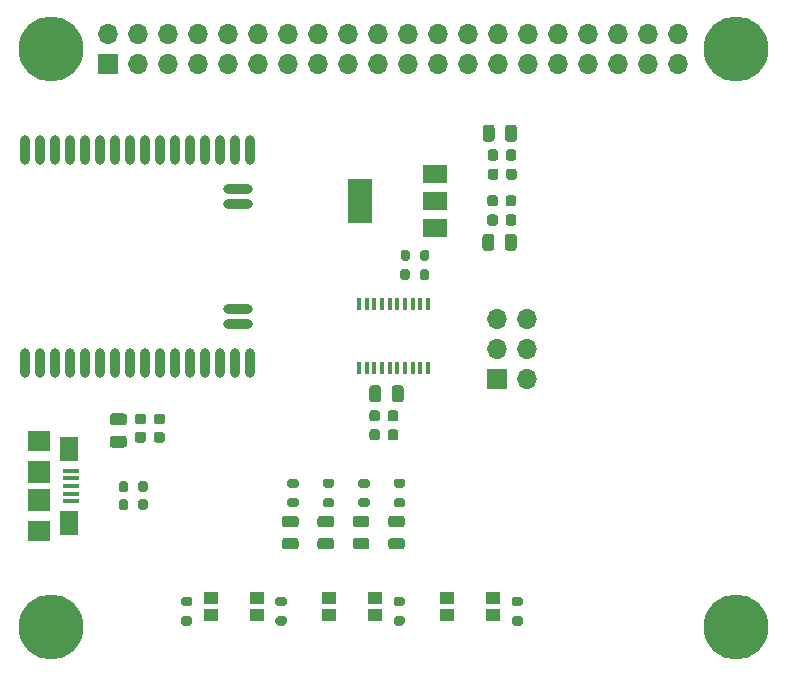
<source format=gbr>
%TF.GenerationSoftware,KiCad,Pcbnew,5.1.9+dfsg1-1~bpo10+1*%
%TF.CreationDate,2021-11-10T17:07:06+01:00*%
%TF.ProjectId,ulx4m-cm4-hat,756c7834-6d2d-4636-9d34-2d6861742e6b,V1.0*%
%TF.SameCoordinates,Original*%
%TF.FileFunction,Soldermask,Top*%
%TF.FilePolarity,Negative*%
%FSLAX46Y46*%
G04 Gerber Fmt 4.6, Leading zero omitted, Abs format (unit mm)*
G04 Created by KiCad (PCBNEW 5.1.9+dfsg1-1~bpo10+1) date 2021-11-10 17:07:06*
%MOMM*%
%LPD*%
G01*
G04 APERTURE LIST*
%ADD10C,5.500000*%
%ADD11R,1.700000X1.700000*%
%ADD12O,1.700000X1.700000*%
%ADD13R,1.150000X1.050000*%
%ADD14R,2.000000X3.800000*%
%ADD15R,2.000000X1.500000*%
%ADD16R,0.400000X1.100000*%
%ADD17O,0.400000X1.100000*%
%ADD18O,2.500000X0.900000*%
%ADD19O,0.900000X2.500000*%
%ADD20R,1.600000X2.100000*%
%ADD21R,1.900000X1.900000*%
%ADD22R,1.350000X0.400000*%
%ADD23R,1.900000X1.800000*%
G04 APERTURE END LIST*
D10*
%TO.C,H6*%
X173820000Y-103620000D03*
%TD*%
%TO.C,H2*%
X173820000Y-54620000D03*
%TD*%
%TO.C,H1*%
X115820000Y-54620000D03*
%TD*%
%TO.C,H5*%
X115820000Y-103620000D03*
%TD*%
D11*
%TO.C,J1*%
X120620000Y-55910000D03*
D12*
X120620000Y-53370000D03*
X123160000Y-55910000D03*
X123160000Y-53370000D03*
X125700000Y-55910000D03*
X125700000Y-53370000D03*
X128240000Y-55910000D03*
X128240000Y-53370000D03*
X130780000Y-55910000D03*
X130780000Y-53370000D03*
X133320000Y-55910000D03*
X133320000Y-53370000D03*
X135860000Y-55910000D03*
X135860000Y-53370000D03*
X138400000Y-55910000D03*
X138400000Y-53370000D03*
X140940000Y-55910000D03*
X140940000Y-53370000D03*
X143480000Y-55910000D03*
X143480000Y-53370000D03*
X146020000Y-55910000D03*
X146020000Y-53370000D03*
X148560000Y-55910000D03*
X148560000Y-53370000D03*
X151100000Y-55910000D03*
X151100000Y-53370000D03*
X153640000Y-55910000D03*
X153640000Y-53370000D03*
X156180000Y-55910000D03*
X156180000Y-53370000D03*
X158720000Y-55910000D03*
X158720000Y-53370000D03*
X161260000Y-55910000D03*
X161260000Y-53370000D03*
X163800000Y-55910000D03*
X163800000Y-53370000D03*
X166340000Y-55910000D03*
X166340000Y-53370000D03*
X168880000Y-55910000D03*
X168880000Y-53370000D03*
%TD*%
%TO.C,C1*%
G36*
G01*
X123125000Y-87075000D02*
X123625000Y-87075000D01*
G75*
G02*
X123850000Y-87300000I0J-225000D01*
G01*
X123850000Y-87750000D01*
G75*
G02*
X123625000Y-87975000I-225000J0D01*
G01*
X123125000Y-87975000D01*
G75*
G02*
X122900000Y-87750000I0J225000D01*
G01*
X122900000Y-87300000D01*
G75*
G02*
X123125000Y-87075000I225000J0D01*
G01*
G37*
G36*
G01*
X123125000Y-85525000D02*
X123625000Y-85525000D01*
G75*
G02*
X123850000Y-85750000I0J-225000D01*
G01*
X123850000Y-86200000D01*
G75*
G02*
X123625000Y-86425000I-225000J0D01*
G01*
X123125000Y-86425000D01*
G75*
G02*
X122900000Y-86200000I0J225000D01*
G01*
X122900000Y-85750000D01*
G75*
G02*
X123125000Y-85525000I225000J0D01*
G01*
G37*
%TD*%
%TO.C,C2*%
G36*
G01*
X124725000Y-85525000D02*
X125225000Y-85525000D01*
G75*
G02*
X125450000Y-85750000I0J-225000D01*
G01*
X125450000Y-86200000D01*
G75*
G02*
X125225000Y-86425000I-225000J0D01*
G01*
X124725000Y-86425000D01*
G75*
G02*
X124500000Y-86200000I0J225000D01*
G01*
X124500000Y-85750000D01*
G75*
G02*
X124725000Y-85525000I225000J0D01*
G01*
G37*
G36*
G01*
X124725000Y-87075000D02*
X125225000Y-87075000D01*
G75*
G02*
X125450000Y-87300000I0J-225000D01*
G01*
X125450000Y-87750000D01*
G75*
G02*
X125225000Y-87975000I-225000J0D01*
G01*
X124725000Y-87975000D01*
G75*
G02*
X124500000Y-87750000I0J225000D01*
G01*
X124500000Y-87300000D01*
G75*
G02*
X124725000Y-87075000I225000J0D01*
G01*
G37*
%TD*%
%TO.C,C3*%
G36*
G01*
X154250000Y-62250000D02*
X154250000Y-61300000D01*
G75*
G02*
X154500000Y-61050000I250000J0D01*
G01*
X155000000Y-61050000D01*
G75*
G02*
X155250000Y-61300000I0J-250000D01*
G01*
X155250000Y-62250000D01*
G75*
G02*
X155000000Y-62500000I-250000J0D01*
G01*
X154500000Y-62500000D01*
G75*
G02*
X154250000Y-62250000I0J250000D01*
G01*
G37*
G36*
G01*
X152350000Y-62250000D02*
X152350000Y-61300000D01*
G75*
G02*
X152600000Y-61050000I250000J0D01*
G01*
X153100000Y-61050000D01*
G75*
G02*
X153350000Y-61300000I0J-250000D01*
G01*
X153350000Y-62250000D01*
G75*
G02*
X153100000Y-62500000I-250000J0D01*
G01*
X152600000Y-62500000D01*
G75*
G02*
X152350000Y-62250000I0J250000D01*
G01*
G37*
%TD*%
%TO.C,C4*%
G36*
G01*
X154310000Y-63880000D02*
X154310000Y-63380000D01*
G75*
G02*
X154535000Y-63155000I225000J0D01*
G01*
X154985000Y-63155000D01*
G75*
G02*
X155210000Y-63380000I0J-225000D01*
G01*
X155210000Y-63880000D01*
G75*
G02*
X154985000Y-64105000I-225000J0D01*
G01*
X154535000Y-64105000D01*
G75*
G02*
X154310000Y-63880000I0J225000D01*
G01*
G37*
G36*
G01*
X152760000Y-63880000D02*
X152760000Y-63380000D01*
G75*
G02*
X152985000Y-63155000I225000J0D01*
G01*
X153435000Y-63155000D01*
G75*
G02*
X153660000Y-63380000I0J-225000D01*
G01*
X153660000Y-63880000D01*
G75*
G02*
X153435000Y-64105000I-225000J0D01*
G01*
X152985000Y-64105000D01*
G75*
G02*
X152760000Y-63880000I0J225000D01*
G01*
G37*
%TD*%
%TO.C,C5*%
G36*
G01*
X152785000Y-65505000D02*
X152785000Y-65005000D01*
G75*
G02*
X153010000Y-64780000I225000J0D01*
G01*
X153460000Y-64780000D01*
G75*
G02*
X153685000Y-65005000I0J-225000D01*
G01*
X153685000Y-65505000D01*
G75*
G02*
X153460000Y-65730000I-225000J0D01*
G01*
X153010000Y-65730000D01*
G75*
G02*
X152785000Y-65505000I0J225000D01*
G01*
G37*
G36*
G01*
X154335000Y-65505000D02*
X154335000Y-65005000D01*
G75*
G02*
X154560000Y-64780000I225000J0D01*
G01*
X155010000Y-64780000D01*
G75*
G02*
X155235000Y-65005000I0J-225000D01*
G01*
X155235000Y-65505000D01*
G75*
G02*
X155010000Y-65730000I-225000J0D01*
G01*
X154560000Y-65730000D01*
G75*
G02*
X154335000Y-65505000I0J225000D01*
G01*
G37*
%TD*%
%TO.C,C6*%
G36*
G01*
X154285000Y-67755000D02*
X154285000Y-67255000D01*
G75*
G02*
X154510000Y-67030000I225000J0D01*
G01*
X154960000Y-67030000D01*
G75*
G02*
X155185000Y-67255000I0J-225000D01*
G01*
X155185000Y-67755000D01*
G75*
G02*
X154960000Y-67980000I-225000J0D01*
G01*
X154510000Y-67980000D01*
G75*
G02*
X154285000Y-67755000I0J225000D01*
G01*
G37*
G36*
G01*
X152735000Y-67755000D02*
X152735000Y-67255000D01*
G75*
G02*
X152960000Y-67030000I225000J0D01*
G01*
X153410000Y-67030000D01*
G75*
G02*
X153635000Y-67255000I0J-225000D01*
G01*
X153635000Y-67755000D01*
G75*
G02*
X153410000Y-67980000I-225000J0D01*
G01*
X152960000Y-67980000D01*
G75*
G02*
X152735000Y-67755000I0J225000D01*
G01*
G37*
%TD*%
%TO.C,C7*%
G36*
G01*
X152735000Y-69380000D02*
X152735000Y-68880000D01*
G75*
G02*
X152960000Y-68655000I225000J0D01*
G01*
X153410000Y-68655000D01*
G75*
G02*
X153635000Y-68880000I0J-225000D01*
G01*
X153635000Y-69380000D01*
G75*
G02*
X153410000Y-69605000I-225000J0D01*
G01*
X152960000Y-69605000D01*
G75*
G02*
X152735000Y-69380000I0J225000D01*
G01*
G37*
G36*
G01*
X154285000Y-69380000D02*
X154285000Y-68880000D01*
G75*
G02*
X154510000Y-68655000I225000J0D01*
G01*
X154960000Y-68655000D01*
G75*
G02*
X155185000Y-68880000I0J-225000D01*
G01*
X155185000Y-69380000D01*
G75*
G02*
X154960000Y-69605000I-225000J0D01*
G01*
X154510000Y-69605000D01*
G75*
G02*
X154285000Y-69380000I0J225000D01*
G01*
G37*
%TD*%
%TO.C,C8*%
G36*
G01*
X152325000Y-71500000D02*
X152325000Y-70550000D01*
G75*
G02*
X152575000Y-70300000I250000J0D01*
G01*
X153075000Y-70300000D01*
G75*
G02*
X153325000Y-70550000I0J-250000D01*
G01*
X153325000Y-71500000D01*
G75*
G02*
X153075000Y-71750000I-250000J0D01*
G01*
X152575000Y-71750000D01*
G75*
G02*
X152325000Y-71500000I0J250000D01*
G01*
G37*
G36*
G01*
X154225000Y-71500000D02*
X154225000Y-70550000D01*
G75*
G02*
X154475000Y-70300000I250000J0D01*
G01*
X154975000Y-70300000D01*
G75*
G02*
X155225000Y-70550000I0J-250000D01*
G01*
X155225000Y-71500000D01*
G75*
G02*
X154975000Y-71750000I-250000J0D01*
G01*
X154475000Y-71750000D01*
G75*
G02*
X154225000Y-71500000I0J250000D01*
G01*
G37*
%TD*%
%TO.C,C9*%
G36*
G01*
X142755000Y-84310000D02*
X142755000Y-83360000D01*
G75*
G02*
X143005000Y-83110000I250000J0D01*
G01*
X143505000Y-83110000D01*
G75*
G02*
X143755000Y-83360000I0J-250000D01*
G01*
X143755000Y-84310000D01*
G75*
G02*
X143505000Y-84560000I-250000J0D01*
G01*
X143005000Y-84560000D01*
G75*
G02*
X142755000Y-84310000I0J250000D01*
G01*
G37*
G36*
G01*
X144655000Y-84310000D02*
X144655000Y-83360000D01*
G75*
G02*
X144905000Y-83110000I250000J0D01*
G01*
X145405000Y-83110000D01*
G75*
G02*
X145655000Y-83360000I0J-250000D01*
G01*
X145655000Y-84310000D01*
G75*
G02*
X145405000Y-84560000I-250000J0D01*
G01*
X144905000Y-84560000D01*
G75*
G02*
X144655000Y-84310000I0J250000D01*
G01*
G37*
%TD*%
%TO.C,C10*%
G36*
G01*
X144305000Y-85960000D02*
X144305000Y-85460000D01*
G75*
G02*
X144530000Y-85235000I225000J0D01*
G01*
X144980000Y-85235000D01*
G75*
G02*
X145205000Y-85460000I0J-225000D01*
G01*
X145205000Y-85960000D01*
G75*
G02*
X144980000Y-86185000I-225000J0D01*
G01*
X144530000Y-86185000D01*
G75*
G02*
X144305000Y-85960000I0J225000D01*
G01*
G37*
G36*
G01*
X142755000Y-85960000D02*
X142755000Y-85460000D01*
G75*
G02*
X142980000Y-85235000I225000J0D01*
G01*
X143430000Y-85235000D01*
G75*
G02*
X143655000Y-85460000I0J-225000D01*
G01*
X143655000Y-85960000D01*
G75*
G02*
X143430000Y-86185000I-225000J0D01*
G01*
X142980000Y-86185000D01*
G75*
G02*
X142755000Y-85960000I0J225000D01*
G01*
G37*
%TD*%
%TO.C,C11*%
G36*
G01*
X142755000Y-87560000D02*
X142755000Y-87060000D01*
G75*
G02*
X142980000Y-86835000I225000J0D01*
G01*
X143430000Y-86835000D01*
G75*
G02*
X143655000Y-87060000I0J-225000D01*
G01*
X143655000Y-87560000D01*
G75*
G02*
X143430000Y-87785000I-225000J0D01*
G01*
X142980000Y-87785000D01*
G75*
G02*
X142755000Y-87560000I0J225000D01*
G01*
G37*
G36*
G01*
X144305000Y-87560000D02*
X144305000Y-87060000D01*
G75*
G02*
X144530000Y-86835000I225000J0D01*
G01*
X144980000Y-86835000D01*
G75*
G02*
X145205000Y-87060000I0J-225000D01*
G01*
X145205000Y-87560000D01*
G75*
G02*
X144980000Y-87785000I-225000J0D01*
G01*
X144530000Y-87785000D01*
G75*
G02*
X144305000Y-87560000I0J225000D01*
G01*
G37*
%TD*%
%TO.C,C21*%
G36*
G01*
X121025000Y-87400000D02*
X121975000Y-87400000D01*
G75*
G02*
X122225000Y-87650000I0J-250000D01*
G01*
X122225000Y-88150000D01*
G75*
G02*
X121975000Y-88400000I-250000J0D01*
G01*
X121025000Y-88400000D01*
G75*
G02*
X120775000Y-88150000I0J250000D01*
G01*
X120775000Y-87650000D01*
G75*
G02*
X121025000Y-87400000I250000J0D01*
G01*
G37*
G36*
G01*
X121025000Y-85500000D02*
X121975000Y-85500000D01*
G75*
G02*
X122225000Y-85750000I0J-250000D01*
G01*
X122225000Y-86250000D01*
G75*
G02*
X121975000Y-86500000I-250000J0D01*
G01*
X121025000Y-86500000D01*
G75*
G02*
X120775000Y-86250000I0J250000D01*
G01*
X120775000Y-85750000D01*
G75*
G02*
X121025000Y-85500000I250000J0D01*
G01*
G37*
%TD*%
%TO.C,D1*%
G36*
G01*
X135603750Y-96040000D02*
X136516250Y-96040000D01*
G75*
G02*
X136760000Y-96283750I0J-243750D01*
G01*
X136760000Y-96771250D01*
G75*
G02*
X136516250Y-97015000I-243750J0D01*
G01*
X135603750Y-97015000D01*
G75*
G02*
X135360000Y-96771250I0J243750D01*
G01*
X135360000Y-96283750D01*
G75*
G02*
X135603750Y-96040000I243750J0D01*
G01*
G37*
G36*
G01*
X135603750Y-94165000D02*
X136516250Y-94165000D01*
G75*
G02*
X136760000Y-94408750I0J-243750D01*
G01*
X136760000Y-94896250D01*
G75*
G02*
X136516250Y-95140000I-243750J0D01*
G01*
X135603750Y-95140000D01*
G75*
G02*
X135360000Y-94896250I0J243750D01*
G01*
X135360000Y-94408750D01*
G75*
G02*
X135603750Y-94165000I243750J0D01*
G01*
G37*
%TD*%
%TO.C,D2*%
G36*
G01*
X138603750Y-94165000D02*
X139516250Y-94165000D01*
G75*
G02*
X139760000Y-94408750I0J-243750D01*
G01*
X139760000Y-94896250D01*
G75*
G02*
X139516250Y-95140000I-243750J0D01*
G01*
X138603750Y-95140000D01*
G75*
G02*
X138360000Y-94896250I0J243750D01*
G01*
X138360000Y-94408750D01*
G75*
G02*
X138603750Y-94165000I243750J0D01*
G01*
G37*
G36*
G01*
X138603750Y-96040000D02*
X139516250Y-96040000D01*
G75*
G02*
X139760000Y-96283750I0J-243750D01*
G01*
X139760000Y-96771250D01*
G75*
G02*
X139516250Y-97015000I-243750J0D01*
G01*
X138603750Y-97015000D01*
G75*
G02*
X138360000Y-96771250I0J243750D01*
G01*
X138360000Y-96283750D01*
G75*
G02*
X138603750Y-96040000I243750J0D01*
G01*
G37*
%TD*%
%TO.C,D3*%
G36*
G01*
X141603750Y-94165000D02*
X142516250Y-94165000D01*
G75*
G02*
X142760000Y-94408750I0J-243750D01*
G01*
X142760000Y-94896250D01*
G75*
G02*
X142516250Y-95140000I-243750J0D01*
G01*
X141603750Y-95140000D01*
G75*
G02*
X141360000Y-94896250I0J243750D01*
G01*
X141360000Y-94408750D01*
G75*
G02*
X141603750Y-94165000I243750J0D01*
G01*
G37*
G36*
G01*
X141603750Y-96040000D02*
X142516250Y-96040000D01*
G75*
G02*
X142760000Y-96283750I0J-243750D01*
G01*
X142760000Y-96771250D01*
G75*
G02*
X142516250Y-97015000I-243750J0D01*
G01*
X141603750Y-97015000D01*
G75*
G02*
X141360000Y-96771250I0J243750D01*
G01*
X141360000Y-96283750D01*
G75*
G02*
X141603750Y-96040000I243750J0D01*
G01*
G37*
%TD*%
%TO.C,D4*%
G36*
G01*
X144603750Y-96040000D02*
X145516250Y-96040000D01*
G75*
G02*
X145760000Y-96283750I0J-243750D01*
G01*
X145760000Y-96771250D01*
G75*
G02*
X145516250Y-97015000I-243750J0D01*
G01*
X144603750Y-97015000D01*
G75*
G02*
X144360000Y-96771250I0J243750D01*
G01*
X144360000Y-96283750D01*
G75*
G02*
X144603750Y-96040000I243750J0D01*
G01*
G37*
G36*
G01*
X144603750Y-94165000D02*
X145516250Y-94165000D01*
G75*
G02*
X145760000Y-94408750I0J-243750D01*
G01*
X145760000Y-94896250D01*
G75*
G02*
X145516250Y-95140000I-243750J0D01*
G01*
X144603750Y-95140000D01*
G75*
G02*
X144360000Y-94896250I0J243750D01*
G01*
X144360000Y-94408750D01*
G75*
G02*
X144603750Y-94165000I243750J0D01*
G01*
G37*
%TD*%
%TO.C,R1*%
G36*
G01*
X136560000Y-93465000D02*
X136010000Y-93465000D01*
G75*
G02*
X135810000Y-93265000I0J200000D01*
G01*
X135810000Y-92865000D01*
G75*
G02*
X136010000Y-92665000I200000J0D01*
G01*
X136560000Y-92665000D01*
G75*
G02*
X136760000Y-92865000I0J-200000D01*
G01*
X136760000Y-93265000D01*
G75*
G02*
X136560000Y-93465000I-200000J0D01*
G01*
G37*
G36*
G01*
X136560000Y-91815000D02*
X136010000Y-91815000D01*
G75*
G02*
X135810000Y-91615000I0J200000D01*
G01*
X135810000Y-91215000D01*
G75*
G02*
X136010000Y-91015000I200000J0D01*
G01*
X136560000Y-91015000D01*
G75*
G02*
X136760000Y-91215000I0J-200000D01*
G01*
X136760000Y-91615000D01*
G75*
G02*
X136560000Y-91815000I-200000J0D01*
G01*
G37*
%TD*%
%TO.C,R2*%
G36*
G01*
X139035000Y-92665000D02*
X139585000Y-92665000D01*
G75*
G02*
X139785000Y-92865000I0J-200000D01*
G01*
X139785000Y-93265000D01*
G75*
G02*
X139585000Y-93465000I-200000J0D01*
G01*
X139035000Y-93465000D01*
G75*
G02*
X138835000Y-93265000I0J200000D01*
G01*
X138835000Y-92865000D01*
G75*
G02*
X139035000Y-92665000I200000J0D01*
G01*
G37*
G36*
G01*
X139035000Y-91015000D02*
X139585000Y-91015000D01*
G75*
G02*
X139785000Y-91215000I0J-200000D01*
G01*
X139785000Y-91615000D01*
G75*
G02*
X139585000Y-91815000I-200000J0D01*
G01*
X139035000Y-91815000D01*
G75*
G02*
X138835000Y-91615000I0J200000D01*
G01*
X138835000Y-91215000D01*
G75*
G02*
X139035000Y-91015000I200000J0D01*
G01*
G37*
%TD*%
%TO.C,R3*%
G36*
G01*
X145550000Y-103465000D02*
X145000000Y-103465000D01*
G75*
G02*
X144800000Y-103265000I0J200000D01*
G01*
X144800000Y-102865000D01*
G75*
G02*
X145000000Y-102665000I200000J0D01*
G01*
X145550000Y-102665000D01*
G75*
G02*
X145750000Y-102865000I0J-200000D01*
G01*
X145750000Y-103265000D01*
G75*
G02*
X145550000Y-103465000I-200000J0D01*
G01*
G37*
G36*
G01*
X145550000Y-101815000D02*
X145000000Y-101815000D01*
G75*
G02*
X144800000Y-101615000I0J200000D01*
G01*
X144800000Y-101215000D01*
G75*
G02*
X145000000Y-101015000I200000J0D01*
G01*
X145550000Y-101015000D01*
G75*
G02*
X145750000Y-101215000I0J-200000D01*
G01*
X145750000Y-101615000D01*
G75*
G02*
X145550000Y-101815000I-200000J0D01*
G01*
G37*
%TD*%
%TO.C,R4*%
G36*
G01*
X155550000Y-101825000D02*
X155000000Y-101825000D01*
G75*
G02*
X154800000Y-101625000I0J200000D01*
G01*
X154800000Y-101225000D01*
G75*
G02*
X155000000Y-101025000I200000J0D01*
G01*
X155550000Y-101025000D01*
G75*
G02*
X155750000Y-101225000I0J-200000D01*
G01*
X155750000Y-101625000D01*
G75*
G02*
X155550000Y-101825000I-200000J0D01*
G01*
G37*
G36*
G01*
X155550000Y-103475000D02*
X155000000Y-103475000D01*
G75*
G02*
X154800000Y-103275000I0J200000D01*
G01*
X154800000Y-102875000D01*
G75*
G02*
X155000000Y-102675000I200000J0D01*
G01*
X155550000Y-102675000D01*
G75*
G02*
X155750000Y-102875000I0J-200000D01*
G01*
X155750000Y-103275000D01*
G75*
G02*
X155550000Y-103475000I-200000J0D01*
G01*
G37*
%TD*%
%TO.C,R5*%
G36*
G01*
X142025000Y-91015000D02*
X142575000Y-91015000D01*
G75*
G02*
X142775000Y-91215000I0J-200000D01*
G01*
X142775000Y-91615000D01*
G75*
G02*
X142575000Y-91815000I-200000J0D01*
G01*
X142025000Y-91815000D01*
G75*
G02*
X141825000Y-91615000I0J200000D01*
G01*
X141825000Y-91215000D01*
G75*
G02*
X142025000Y-91015000I200000J0D01*
G01*
G37*
G36*
G01*
X142025000Y-92665000D02*
X142575000Y-92665000D01*
G75*
G02*
X142775000Y-92865000I0J-200000D01*
G01*
X142775000Y-93265000D01*
G75*
G02*
X142575000Y-93465000I-200000J0D01*
G01*
X142025000Y-93465000D01*
G75*
G02*
X141825000Y-93265000I0J200000D01*
G01*
X141825000Y-92865000D01*
G75*
G02*
X142025000Y-92665000I200000J0D01*
G01*
G37*
%TD*%
%TO.C,R6*%
G36*
G01*
X145035000Y-92665000D02*
X145585000Y-92665000D01*
G75*
G02*
X145785000Y-92865000I0J-200000D01*
G01*
X145785000Y-93265000D01*
G75*
G02*
X145585000Y-93465000I-200000J0D01*
G01*
X145035000Y-93465000D01*
G75*
G02*
X144835000Y-93265000I0J200000D01*
G01*
X144835000Y-92865000D01*
G75*
G02*
X145035000Y-92665000I200000J0D01*
G01*
G37*
G36*
G01*
X145035000Y-91015000D02*
X145585000Y-91015000D01*
G75*
G02*
X145785000Y-91215000I0J-200000D01*
G01*
X145785000Y-91615000D01*
G75*
G02*
X145585000Y-91815000I-200000J0D01*
G01*
X145035000Y-91815000D01*
G75*
G02*
X144835000Y-91615000I0J200000D01*
G01*
X144835000Y-91215000D01*
G75*
G02*
X145035000Y-91015000I200000J0D01*
G01*
G37*
%TD*%
%TO.C,R9*%
G36*
G01*
X147025000Y-74025000D02*
X147025000Y-73475000D01*
G75*
G02*
X147225000Y-73275000I200000J0D01*
G01*
X147625000Y-73275000D01*
G75*
G02*
X147825000Y-73475000I0J-200000D01*
G01*
X147825000Y-74025000D01*
G75*
G02*
X147625000Y-74225000I-200000J0D01*
G01*
X147225000Y-74225000D01*
G75*
G02*
X147025000Y-74025000I0J200000D01*
G01*
G37*
G36*
G01*
X145375000Y-74025000D02*
X145375000Y-73475000D01*
G75*
G02*
X145575000Y-73275000I200000J0D01*
G01*
X145975000Y-73275000D01*
G75*
G02*
X146175000Y-73475000I0J-200000D01*
G01*
X146175000Y-74025000D01*
G75*
G02*
X145975000Y-74225000I-200000J0D01*
G01*
X145575000Y-74225000D01*
G75*
G02*
X145375000Y-74025000I0J200000D01*
G01*
G37*
%TD*%
%TO.C,R34*%
G36*
G01*
X127000000Y-101025000D02*
X127550000Y-101025000D01*
G75*
G02*
X127750000Y-101225000I0J-200000D01*
G01*
X127750000Y-101625000D01*
G75*
G02*
X127550000Y-101825000I-200000J0D01*
G01*
X127000000Y-101825000D01*
G75*
G02*
X126800000Y-101625000I0J200000D01*
G01*
X126800000Y-101225000D01*
G75*
G02*
X127000000Y-101025000I200000J0D01*
G01*
G37*
G36*
G01*
X127000000Y-102675000D02*
X127550000Y-102675000D01*
G75*
G02*
X127750000Y-102875000I0J-200000D01*
G01*
X127750000Y-103275000D01*
G75*
G02*
X127550000Y-103475000I-200000J0D01*
G01*
X127000000Y-103475000D01*
G75*
G02*
X126800000Y-103275000I0J200000D01*
G01*
X126800000Y-102875000D01*
G75*
G02*
X127000000Y-102675000I200000J0D01*
G01*
G37*
%TD*%
%TO.C,R35*%
G36*
G01*
X135550000Y-101825000D02*
X135000000Y-101825000D01*
G75*
G02*
X134800000Y-101625000I0J200000D01*
G01*
X134800000Y-101225000D01*
G75*
G02*
X135000000Y-101025000I200000J0D01*
G01*
X135550000Y-101025000D01*
G75*
G02*
X135750000Y-101225000I0J-200000D01*
G01*
X135750000Y-101625000D01*
G75*
G02*
X135550000Y-101825000I-200000J0D01*
G01*
G37*
G36*
G01*
X135550000Y-103475000D02*
X135000000Y-103475000D01*
G75*
G02*
X134800000Y-103275000I0J200000D01*
G01*
X134800000Y-102875000D01*
G75*
G02*
X135000000Y-102675000I200000J0D01*
G01*
X135550000Y-102675000D01*
G75*
G02*
X135750000Y-102875000I0J-200000D01*
G01*
X135750000Y-103275000D01*
G75*
G02*
X135550000Y-103475000I-200000J0D01*
G01*
G37*
%TD*%
%TO.C,R49*%
G36*
G01*
X124005000Y-91435000D02*
X124005000Y-91985000D01*
G75*
G02*
X123805000Y-92185000I-200000J0D01*
G01*
X123405000Y-92185000D01*
G75*
G02*
X123205000Y-91985000I0J200000D01*
G01*
X123205000Y-91435000D01*
G75*
G02*
X123405000Y-91235000I200000J0D01*
G01*
X123805000Y-91235000D01*
G75*
G02*
X124005000Y-91435000I0J-200000D01*
G01*
G37*
G36*
G01*
X122355000Y-91435000D02*
X122355000Y-91985000D01*
G75*
G02*
X122155000Y-92185000I-200000J0D01*
G01*
X121755000Y-92185000D01*
G75*
G02*
X121555000Y-91985000I0J200000D01*
G01*
X121555000Y-91435000D01*
G75*
G02*
X121755000Y-91235000I200000J0D01*
G01*
X122155000Y-91235000D01*
G75*
G02*
X122355000Y-91435000I0J-200000D01*
G01*
G37*
%TD*%
%TO.C,R50*%
G36*
G01*
X122345000Y-92965000D02*
X122345000Y-93515000D01*
G75*
G02*
X122145000Y-93715000I-200000J0D01*
G01*
X121745000Y-93715000D01*
G75*
G02*
X121545000Y-93515000I0J200000D01*
G01*
X121545000Y-92965000D01*
G75*
G02*
X121745000Y-92765000I200000J0D01*
G01*
X122145000Y-92765000D01*
G75*
G02*
X122345000Y-92965000I0J-200000D01*
G01*
G37*
G36*
G01*
X123995000Y-92965000D02*
X123995000Y-93515000D01*
G75*
G02*
X123795000Y-93715000I-200000J0D01*
G01*
X123395000Y-93715000D01*
G75*
G02*
X123195000Y-93515000I0J200000D01*
G01*
X123195000Y-92965000D01*
G75*
G02*
X123395000Y-92765000I200000J0D01*
G01*
X123795000Y-92765000D01*
G75*
G02*
X123995000Y-92965000I0J-200000D01*
G01*
G37*
%TD*%
%TO.C,R56*%
G36*
G01*
X147845000Y-71835000D02*
X147845000Y-72385000D01*
G75*
G02*
X147645000Y-72585000I-200000J0D01*
G01*
X147245000Y-72585000D01*
G75*
G02*
X147045000Y-72385000I0J200000D01*
G01*
X147045000Y-71835000D01*
G75*
G02*
X147245000Y-71635000I200000J0D01*
G01*
X147645000Y-71635000D01*
G75*
G02*
X147845000Y-71835000I0J-200000D01*
G01*
G37*
G36*
G01*
X146195000Y-71835000D02*
X146195000Y-72385000D01*
G75*
G02*
X145995000Y-72585000I-200000J0D01*
G01*
X145595000Y-72585000D01*
G75*
G02*
X145395000Y-72385000I0J200000D01*
G01*
X145395000Y-71835000D01*
G75*
G02*
X145595000Y-71635000I200000J0D01*
G01*
X145995000Y-71635000D01*
G75*
G02*
X146195000Y-71835000I0J-200000D01*
G01*
G37*
%TD*%
D13*
%TO.C,SW1*%
X133205000Y-102575000D03*
X133205000Y-101125000D03*
X129355000Y-102575000D03*
X129355000Y-101125000D03*
%TD*%
%TO.C,SW2*%
X139355000Y-101135000D03*
X139355000Y-102585000D03*
X143205000Y-101135000D03*
X143205000Y-102585000D03*
%TD*%
%TO.C,SW3*%
X149355000Y-101135000D03*
X149355000Y-102585000D03*
X153205000Y-101135000D03*
X153205000Y-102585000D03*
%TD*%
D14*
%TO.C,U1*%
X141975000Y-67525000D03*
D15*
X148275000Y-67525000D03*
X148275000Y-65225000D03*
X148275000Y-69825000D03*
%TD*%
D16*
%TO.C,U2*%
X141875000Y-81650000D03*
D17*
X142525000Y-81650000D03*
X143175000Y-81650000D03*
X143825000Y-81650000D03*
X144475000Y-81650000D03*
X145125000Y-81650000D03*
X145775000Y-81650000D03*
X146425000Y-81650000D03*
X147075000Y-81650000D03*
X147725000Y-81650000D03*
X147725000Y-76250000D03*
X147075000Y-76250000D03*
X146425000Y-76250000D03*
X145775000Y-76250000D03*
X145125000Y-76250000D03*
X144475000Y-76250000D03*
X143825000Y-76250000D03*
X143175000Y-76250000D03*
X142525000Y-76250000D03*
X141875000Y-76250000D03*
%TD*%
D18*
%TO.C,U9*%
X131635000Y-67755000D03*
X131635000Y-66485000D03*
X131635000Y-76645000D03*
X131635000Y-77915000D03*
D19*
X131405000Y-63200000D03*
X132675000Y-63200000D03*
X132675000Y-81200000D03*
X131405000Y-81200000D03*
X113625000Y-63200000D03*
X114895000Y-63200000D03*
X116165000Y-63200000D03*
X117435000Y-63200000D03*
X118705000Y-63200000D03*
X119975000Y-63200000D03*
X121245000Y-63200000D03*
X122515000Y-63200000D03*
X123785000Y-63200000D03*
X125055000Y-63200000D03*
X126325000Y-63200000D03*
X127595000Y-63200000D03*
X128865000Y-63200000D03*
X130135000Y-63200000D03*
X130135000Y-81200000D03*
X128865000Y-81200000D03*
X127595000Y-81200000D03*
X126325000Y-81200000D03*
X125055000Y-81200000D03*
X123785000Y-81200000D03*
X122515000Y-81200000D03*
X121245000Y-81200000D03*
X119975000Y-81200000D03*
X118705000Y-81200000D03*
X117435000Y-81200000D03*
X116165000Y-81200000D03*
X114895000Y-81200000D03*
X113625000Y-81200000D03*
%TD*%
D20*
%TO.C,US1*%
X117330000Y-88550000D03*
X117330000Y-94750000D03*
D21*
X114780000Y-90450000D03*
X114780000Y-92850000D03*
D22*
X117455000Y-90350000D03*
X117455000Y-91000000D03*
X117455000Y-91650000D03*
X117455000Y-92300000D03*
X117455000Y-92950000D03*
D23*
X114780000Y-87850000D03*
X114780000Y-95450000D03*
%TD*%
D11*
%TO.C,J4*%
X153525000Y-82625000D03*
D12*
X156065000Y-82625000D03*
X153525000Y-80085000D03*
X156065000Y-80085000D03*
X153525000Y-77545000D03*
X156065000Y-77545000D03*
%TD*%
M02*

</source>
